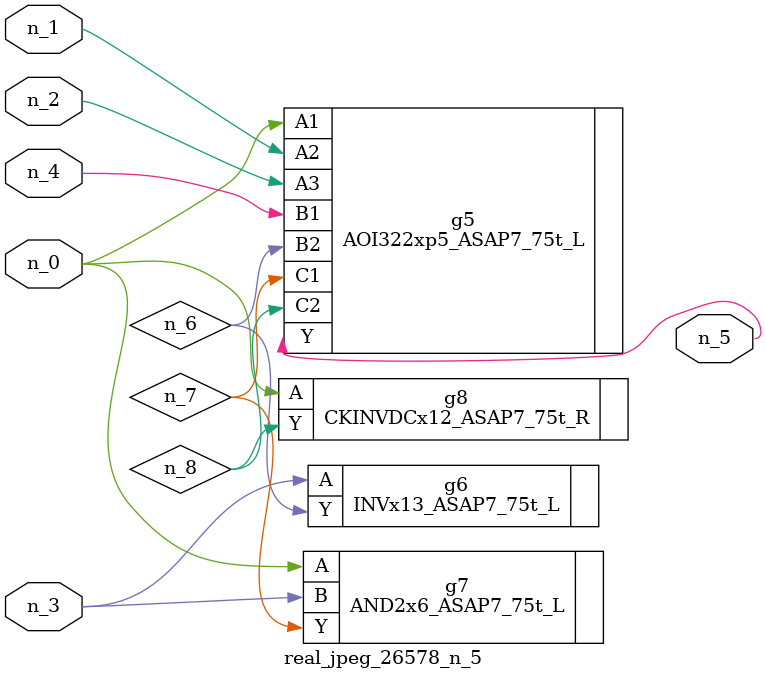
<source format=v>
module real_jpeg_26578_n_5 (n_4, n_0, n_1, n_2, n_3, n_5);

input n_4;
input n_0;
input n_1;
input n_2;
input n_3;

output n_5;

wire n_8;
wire n_6;
wire n_7;

AOI322xp5_ASAP7_75t_L g5 ( 
.A1(n_0),
.A2(n_1),
.A3(n_2),
.B1(n_4),
.B2(n_6),
.C1(n_7),
.C2(n_8),
.Y(n_5)
);

AND2x6_ASAP7_75t_L g7 ( 
.A(n_0),
.B(n_3),
.Y(n_7)
);

CKINVDCx12_ASAP7_75t_R g8 ( 
.A(n_0),
.Y(n_8)
);

INVx13_ASAP7_75t_L g6 ( 
.A(n_3),
.Y(n_6)
);


endmodule
</source>
